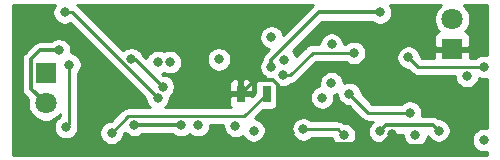
<source format=gbr>
%TF.GenerationSoftware,KiCad,Pcbnew,(5.1.12-1-g0a0a2da680)-1*%
%TF.CreationDate,2021-11-30T19:19:06+01:00*%
%TF.ProjectId,SolarCharger,536f6c61-7243-4686-9172-6765722e6b69,rev?*%
%TF.SameCoordinates,Original*%
%TF.FileFunction,Copper,L4,Bot*%
%TF.FilePolarity,Positive*%
%FSLAX46Y46*%
G04 Gerber Fmt 4.6, Leading zero omitted, Abs format (unit mm)*
G04 Created by KiCad (PCBNEW (5.1.12-1-g0a0a2da680)-1) date 2021-11-30 19:19:06*
%MOMM*%
%LPD*%
G01*
G04 APERTURE LIST*
%TA.AperFunction,SMDPad,CuDef*%
%ADD10R,0.750000X1.450000*%
%TD*%
%TA.AperFunction,ComponentPad*%
%ADD11C,1.800000*%
%TD*%
%TA.AperFunction,ComponentPad*%
%ADD12R,1.800000X1.800000*%
%TD*%
%TA.AperFunction,ViaPad*%
%ADD13C,0.800000*%
%TD*%
%TA.AperFunction,Conductor*%
%ADD14C,0.300000*%
%TD*%
%TA.AperFunction,Conductor*%
%ADD15C,0.250000*%
%TD*%
%TA.AperFunction,Conductor*%
%ADD16C,0.254000*%
%TD*%
%TA.AperFunction,Conductor*%
%ADD17C,0.100000*%
%TD*%
G04 APERTURE END LIST*
D10*
%TO.P,RT1,2*%
%TO.N,Net-(IC1-Pad5)*%
X101200000Y-49200000D03*
%TO.P,RT1,1*%
%TO.N,gnd*%
X99000000Y-49200000D03*
%TD*%
D11*
%TO.P,J2,2*%
%TO.N,5V*%
X116900000Y-42860000D03*
D12*
%TO.P,J2,1*%
%TO.N,gnd*%
X116900000Y-45400000D03*
%TD*%
D11*
%TO.P,J1,2*%
%TO.N,Vin+*%
X82500000Y-50000000D03*
D12*
%TO.P,J1,1*%
%TO.N,gnd*%
X82500000Y-47460000D03*
%TD*%
D13*
%TO.N,Vin+*%
X83600000Y-45500000D03*
%TO.N,gnd*%
X95200000Y-46900000D03*
X103200000Y-52500000D03*
X111800000Y-52600000D03*
X117200000Y-52500000D03*
%TO.N,BAT-*%
X93930331Y-51830331D03*
X90000000Y-51825000D03*
X93000000Y-46500000D03*
%TO.N,BAT+*%
X92000000Y-46500000D03*
X98550001Y-51895735D03*
X106675000Y-48289369D03*
X101600000Y-44400000D03*
%TO.N,Net-(C7-Pad2)*%
X104300000Y-52200000D03*
X107737764Y-52679577D03*
%TO.N,5V*%
X119600000Y-53100000D03*
%TO.N,5V_BF*%
X115750000Y-52300000D03*
X110800000Y-52374998D03*
X110800000Y-42300000D03*
X101600000Y-46900000D03*
%TO.N,Net-(D1-Pad2)*%
X105900000Y-49500000D03*
X102700000Y-46300000D03*
%TO.N,Net-(IC1-Pad8)*%
X92400000Y-48600000D03*
X89736401Y-46263599D03*
%TO.N,Net-(IC1-Pad6)*%
X91964998Y-49517501D03*
X84100000Y-42300000D03*
%TO.N,Net-(IC1-Pad5)*%
X88069998Y-52500000D03*
%TO.N,Net-(IC1-Pad2)*%
X84500000Y-46710000D03*
X84200000Y-52000000D03*
%TO.N,Net-(IC2-Pad5)*%
X95400000Y-51830332D03*
X97147624Y-46263478D03*
%TO.N,Net-(IC3-Pad2)*%
X106700000Y-45000000D03*
X100100000Y-52300000D03*
%TO.N,Net-(IC3-Pad1)*%
X108574998Y-45725000D03*
X102544998Y-47600000D03*
%TO.N,Net-(IC4-Pad8)*%
X113200000Y-46100000D03*
X119600000Y-46900000D03*
%TO.N,Net-(IC4-Pad7)*%
X113786658Y-52706671D03*
X118149498Y-47668922D03*
%TO.N,Net-(IC4-Pad3)*%
X108200000Y-49200000D03*
X113327531Y-50779998D03*
%TD*%
D14*
%TO.N,Vin+*%
X81249999Y-48749999D02*
X82500000Y-50000000D01*
X81249999Y-46279999D02*
X81249999Y-48749999D01*
X82029998Y-45500000D02*
X81249999Y-46279999D01*
X83600000Y-45500000D02*
X82029998Y-45500000D01*
%TO.N,gnd*%
X97500000Y-49200000D02*
X95200000Y-46900000D01*
X99000000Y-49200000D02*
X97500000Y-49200000D01*
X103200000Y-52500000D02*
X102200000Y-51500000D01*
X102200000Y-48469998D02*
X101730002Y-48000000D01*
X102200000Y-51500000D02*
X102200000Y-48469998D01*
X100200000Y-48000000D02*
X99000000Y-49200000D01*
X101730002Y-48000000D02*
X100200000Y-48000000D01*
X104129578Y-53429578D02*
X103200000Y-52500000D01*
X110970422Y-53429578D02*
X104129578Y-53429578D01*
X111800000Y-52600000D02*
X110970422Y-53429578D01*
X117100000Y-52600000D02*
X117200000Y-52500000D01*
X117200000Y-53400000D02*
X117200000Y-52500000D01*
X117000000Y-53600000D02*
X117200000Y-53400000D01*
X112800000Y-53600000D02*
X117000000Y-53600000D01*
X111800000Y-52600000D02*
X112800000Y-53600000D01*
%TO.N,BAT-*%
X90005331Y-51830331D02*
X90000000Y-51825000D01*
X93930331Y-51830331D02*
X90005331Y-51830331D01*
D15*
%TO.N,Net-(C7-Pad2)*%
X104300000Y-52200000D02*
X107200000Y-52200000D01*
X107679577Y-52679577D02*
X107737764Y-52679577D01*
X107200000Y-52200000D02*
X107679577Y-52679577D01*
D14*
%TO.N,5V_BF*%
X111324999Y-51849999D02*
X110800000Y-52374998D01*
X115299999Y-51849999D02*
X111324999Y-51849999D01*
X115750000Y-52300000D02*
X115299999Y-51849999D01*
X105589998Y-42300000D02*
X110800000Y-42300000D01*
X101600000Y-46289998D02*
X105589998Y-42300000D01*
X101600000Y-46900000D02*
X101600000Y-46289998D01*
D15*
%TO.N,Net-(IC1-Pad8)*%
X90063599Y-46263599D02*
X89736401Y-46263599D01*
X92400000Y-48600000D02*
X90063599Y-46263599D01*
%TO.N,Net-(IC1-Pad6)*%
X84747497Y-42300000D02*
X84100000Y-42300000D01*
X91964998Y-49517501D02*
X84747497Y-42300000D01*
%TO.N,Net-(IC1-Pad5)*%
X88069998Y-52500000D02*
X89469998Y-51100000D01*
X99300000Y-51100000D02*
X101200000Y-49200000D01*
X89469998Y-51100000D02*
X99300000Y-51100000D01*
%TO.N,Net-(IC1-Pad2)*%
X84500000Y-51700000D02*
X84200000Y-52000000D01*
X84500000Y-46710000D02*
X84500000Y-51700000D01*
%TO.N,Net-(IC3-Pad1)*%
X108574998Y-45725000D02*
X106325000Y-45725000D01*
X106325000Y-45725000D02*
X106300000Y-45700000D01*
X106300000Y-45700000D02*
X105100000Y-45700000D01*
X103200000Y-47600000D02*
X102544998Y-47600000D01*
X105100000Y-45700000D02*
X103200000Y-47600000D01*
%TO.N,Net-(IC4-Pad8)*%
X113200000Y-46100000D02*
X114000000Y-46900000D01*
X114000000Y-46900000D02*
X119600000Y-46900000D01*
%TO.N,Net-(IC4-Pad3)*%
X109779998Y-50779998D02*
X113327531Y-50779998D01*
X108200000Y-49200000D02*
X109779998Y-50779998D01*
%TD*%
D16*
%TO.N,gnd*%
X83182795Y-41809744D02*
X83104774Y-41998102D01*
X83065000Y-42198061D01*
X83065000Y-42401939D01*
X83104774Y-42601898D01*
X83182795Y-42790256D01*
X83296063Y-42959774D01*
X83440226Y-43103937D01*
X83609744Y-43217205D01*
X83798102Y-43295226D01*
X83998061Y-43335000D01*
X84201939Y-43335000D01*
X84401898Y-43295226D01*
X84590005Y-43217309D01*
X90929998Y-49557303D01*
X90929998Y-49619440D01*
X90969772Y-49819399D01*
X91047793Y-50007757D01*
X91161061Y-50177275D01*
X91305224Y-50321438D01*
X91333004Y-50340000D01*
X89507320Y-50340000D01*
X89469998Y-50336324D01*
X89432675Y-50340000D01*
X89432665Y-50340000D01*
X89321012Y-50350997D01*
X89177751Y-50394454D01*
X89045721Y-50465026D01*
X89018031Y-50487751D01*
X88929997Y-50559999D01*
X88906199Y-50588997D01*
X88030197Y-51465000D01*
X87968059Y-51465000D01*
X87768100Y-51504774D01*
X87579742Y-51582795D01*
X87410224Y-51696063D01*
X87266061Y-51840226D01*
X87152793Y-52009744D01*
X87074772Y-52198102D01*
X87034998Y-52398061D01*
X87034998Y-52601939D01*
X87074772Y-52801898D01*
X87152793Y-52990256D01*
X87266061Y-53159774D01*
X87410224Y-53303937D01*
X87579742Y-53417205D01*
X87768100Y-53495226D01*
X87968059Y-53535000D01*
X88171937Y-53535000D01*
X88371896Y-53495226D01*
X88560254Y-53417205D01*
X88729772Y-53303937D01*
X88873935Y-53159774D01*
X88987203Y-52990256D01*
X89065224Y-52801898D01*
X89104998Y-52601939D01*
X89104998Y-52539801D01*
X89181628Y-52463171D01*
X89196063Y-52484774D01*
X89340226Y-52628937D01*
X89509744Y-52742205D01*
X89698102Y-52820226D01*
X89898061Y-52860000D01*
X90101939Y-52860000D01*
X90301898Y-52820226D01*
X90490256Y-52742205D01*
X90659774Y-52628937D01*
X90673380Y-52615331D01*
X93251620Y-52615331D01*
X93270557Y-52634268D01*
X93440075Y-52747536D01*
X93628433Y-52825557D01*
X93828392Y-52865331D01*
X94032270Y-52865331D01*
X94232229Y-52825557D01*
X94420587Y-52747536D01*
X94590105Y-52634268D01*
X94665165Y-52559208D01*
X94740226Y-52634269D01*
X94909744Y-52747537D01*
X95098102Y-52825558D01*
X95298061Y-52865332D01*
X95501939Y-52865332D01*
X95701898Y-52825558D01*
X95890256Y-52747537D01*
X96059774Y-52634269D01*
X96203937Y-52490106D01*
X96317205Y-52320588D01*
X96395226Y-52132230D01*
X96435000Y-51932271D01*
X96435000Y-51860000D01*
X97515001Y-51860000D01*
X97515001Y-51997674D01*
X97554775Y-52197633D01*
X97632796Y-52385991D01*
X97746064Y-52555509D01*
X97890227Y-52699672D01*
X98059745Y-52812940D01*
X98248103Y-52890961D01*
X98448062Y-52930735D01*
X98651940Y-52930735D01*
X98851899Y-52890961D01*
X99040257Y-52812940D01*
X99159256Y-52733428D01*
X99182795Y-52790256D01*
X99296063Y-52959774D01*
X99440226Y-53103937D01*
X99609744Y-53217205D01*
X99798102Y-53295226D01*
X99998061Y-53335000D01*
X100201939Y-53335000D01*
X100401898Y-53295226D01*
X100590256Y-53217205D01*
X100759774Y-53103937D01*
X100903937Y-52959774D01*
X101017205Y-52790256D01*
X101095226Y-52601898D01*
X101135000Y-52401939D01*
X101135000Y-52198061D01*
X101115109Y-52098061D01*
X103265000Y-52098061D01*
X103265000Y-52301939D01*
X103304774Y-52501898D01*
X103382795Y-52690256D01*
X103496063Y-52859774D01*
X103640226Y-53003937D01*
X103809744Y-53117205D01*
X103998102Y-53195226D01*
X104198061Y-53235000D01*
X104401939Y-53235000D01*
X104601898Y-53195226D01*
X104790256Y-53117205D01*
X104959774Y-53003937D01*
X105003711Y-52960000D01*
X106738266Y-52960000D01*
X106742538Y-52981475D01*
X106820559Y-53169833D01*
X106933827Y-53339351D01*
X107077990Y-53483514D01*
X107247508Y-53596782D01*
X107435866Y-53674803D01*
X107635825Y-53714577D01*
X107839703Y-53714577D01*
X108039662Y-53674803D01*
X108228020Y-53596782D01*
X108397538Y-53483514D01*
X108541701Y-53339351D01*
X108654969Y-53169833D01*
X108732990Y-52981475D01*
X108772764Y-52781516D01*
X108772764Y-52577638D01*
X108732990Y-52377679D01*
X108654969Y-52189321D01*
X108541701Y-52019803D01*
X108397538Y-51875640D01*
X108228020Y-51762372D01*
X108039662Y-51684351D01*
X107839703Y-51644577D01*
X107721209Y-51644577D01*
X107624276Y-51565026D01*
X107492247Y-51494454D01*
X107348986Y-51450997D01*
X107237333Y-51440000D01*
X107237322Y-51440000D01*
X107200000Y-51436324D01*
X107162678Y-51440000D01*
X105003711Y-51440000D01*
X104959774Y-51396063D01*
X104790256Y-51282795D01*
X104601898Y-51204774D01*
X104401939Y-51165000D01*
X104198061Y-51165000D01*
X103998102Y-51204774D01*
X103809744Y-51282795D01*
X103640226Y-51396063D01*
X103496063Y-51540226D01*
X103382795Y-51709744D01*
X103304774Y-51898102D01*
X103265000Y-52098061D01*
X101115109Y-52098061D01*
X101095226Y-51998102D01*
X101017205Y-51809744D01*
X100903937Y-51640226D01*
X100759774Y-51496063D01*
X100590256Y-51382795D01*
X100401898Y-51304774D01*
X100208497Y-51266304D01*
X100911730Y-50563072D01*
X101575000Y-50563072D01*
X101699482Y-50550812D01*
X101819180Y-50514502D01*
X101929494Y-50455537D01*
X102026185Y-50376185D01*
X102105537Y-50279494D01*
X102164502Y-50169180D01*
X102200812Y-50049482D01*
X102213072Y-49925000D01*
X102213072Y-49398061D01*
X104865000Y-49398061D01*
X104865000Y-49601939D01*
X104904774Y-49801898D01*
X104982795Y-49990256D01*
X105096063Y-50159774D01*
X105240226Y-50303937D01*
X105409744Y-50417205D01*
X105598102Y-50495226D01*
X105798061Y-50535000D01*
X106001939Y-50535000D01*
X106201898Y-50495226D01*
X106390256Y-50417205D01*
X106559774Y-50303937D01*
X106703937Y-50159774D01*
X106817205Y-49990256D01*
X106895226Y-49801898D01*
X106935000Y-49601939D01*
X106935000Y-49398061D01*
X106914884Y-49296930D01*
X106976898Y-49284595D01*
X107165000Y-49206680D01*
X107165000Y-49301939D01*
X107204774Y-49501898D01*
X107282795Y-49690256D01*
X107396063Y-49859774D01*
X107540226Y-50003937D01*
X107709744Y-50117205D01*
X107898102Y-50195226D01*
X108098061Y-50235000D01*
X108160199Y-50235000D01*
X109216199Y-51291001D01*
X109239997Y-51319999D01*
X109332681Y-51396063D01*
X109355722Y-51414972D01*
X109487751Y-51485544D01*
X109631012Y-51529001D01*
X109779998Y-51543675D01*
X109817331Y-51539998D01*
X110186715Y-51539998D01*
X110140226Y-51571061D01*
X109996063Y-51715224D01*
X109882795Y-51884742D01*
X109804774Y-52073100D01*
X109765000Y-52273059D01*
X109765000Y-52476937D01*
X109804774Y-52676896D01*
X109882795Y-52865254D01*
X109996063Y-53034772D01*
X110140226Y-53178935D01*
X110309744Y-53292203D01*
X110498102Y-53370224D01*
X110698061Y-53409998D01*
X110901939Y-53409998D01*
X111101898Y-53370224D01*
X111290256Y-53292203D01*
X111459774Y-53178935D01*
X111603937Y-53034772D01*
X111717205Y-52865254D01*
X111795226Y-52676896D01*
X111803560Y-52634999D01*
X112751658Y-52634999D01*
X112751658Y-52808610D01*
X112791432Y-53008569D01*
X112869453Y-53196927D01*
X112982721Y-53366445D01*
X113126884Y-53510608D01*
X113296402Y-53623876D01*
X113484760Y-53701897D01*
X113684719Y-53741671D01*
X113888597Y-53741671D01*
X114088556Y-53701897D01*
X114276914Y-53623876D01*
X114446432Y-53510608D01*
X114590595Y-53366445D01*
X114703863Y-53196927D01*
X114781884Y-53008569D01*
X114821658Y-52808610D01*
X114821658Y-52763369D01*
X114832795Y-52790256D01*
X114946063Y-52959774D01*
X115090226Y-53103937D01*
X115259744Y-53217205D01*
X115448102Y-53295226D01*
X115648061Y-53335000D01*
X115851939Y-53335000D01*
X116051898Y-53295226D01*
X116240256Y-53217205D01*
X116409774Y-53103937D01*
X116553937Y-52959774D01*
X116667205Y-52790256D01*
X116745226Y-52601898D01*
X116785000Y-52401939D01*
X116785000Y-52198061D01*
X116745226Y-51998102D01*
X116667205Y-51809744D01*
X116553937Y-51640226D01*
X116409774Y-51496063D01*
X116240256Y-51382795D01*
X116051898Y-51304774D01*
X115851939Y-51265000D01*
X115824578Y-51265000D01*
X115738232Y-51194137D01*
X115601859Y-51121245D01*
X115453886Y-51076358D01*
X115338560Y-51064999D01*
X115338552Y-51064999D01*
X115299999Y-51061202D01*
X115261446Y-51064999D01*
X114326118Y-51064999D01*
X114362531Y-50881937D01*
X114362531Y-50678059D01*
X114322757Y-50478100D01*
X114244736Y-50289742D01*
X114131468Y-50120224D01*
X113987305Y-49976061D01*
X113817787Y-49862793D01*
X113629429Y-49784772D01*
X113429470Y-49744998D01*
X113225592Y-49744998D01*
X113025633Y-49784772D01*
X112837275Y-49862793D01*
X112667757Y-49976061D01*
X112623820Y-50019998D01*
X110094800Y-50019998D01*
X109235000Y-49160199D01*
X109235000Y-49098061D01*
X109195226Y-48898102D01*
X109117205Y-48709744D01*
X109003937Y-48540226D01*
X108859774Y-48396063D01*
X108690256Y-48282795D01*
X108501898Y-48204774D01*
X108301939Y-48165000D01*
X108098061Y-48165000D01*
X107898102Y-48204774D01*
X107710000Y-48282689D01*
X107710000Y-48187430D01*
X107670226Y-47987471D01*
X107592205Y-47799113D01*
X107478937Y-47629595D01*
X107334774Y-47485432D01*
X107165256Y-47372164D01*
X106976898Y-47294143D01*
X106776939Y-47254369D01*
X106573061Y-47254369D01*
X106373102Y-47294143D01*
X106184744Y-47372164D01*
X106015226Y-47485432D01*
X105871063Y-47629595D01*
X105757795Y-47799113D01*
X105679774Y-47987471D01*
X105640000Y-48187430D01*
X105640000Y-48391308D01*
X105660116Y-48492439D01*
X105598102Y-48504774D01*
X105409744Y-48582795D01*
X105240226Y-48696063D01*
X105096063Y-48840226D01*
X104982795Y-49009744D01*
X104904774Y-49198102D01*
X104865000Y-49398061D01*
X102213072Y-49398061D01*
X102213072Y-48582788D01*
X102243100Y-48595226D01*
X102443059Y-48635000D01*
X102646937Y-48635000D01*
X102846896Y-48595226D01*
X103035254Y-48517205D01*
X103204772Y-48403937D01*
X103249952Y-48358757D01*
X103348986Y-48349003D01*
X103492247Y-48305546D01*
X103624276Y-48234974D01*
X103740001Y-48140001D01*
X103763804Y-48110997D01*
X105414802Y-46460000D01*
X106129851Y-46460000D01*
X106176014Y-46474003D01*
X106287667Y-46485000D01*
X106287677Y-46485000D01*
X106324999Y-46488676D01*
X106362322Y-46485000D01*
X107871287Y-46485000D01*
X107915224Y-46528937D01*
X108084742Y-46642205D01*
X108273100Y-46720226D01*
X108473059Y-46760000D01*
X108676937Y-46760000D01*
X108876896Y-46720226D01*
X109065254Y-46642205D01*
X109234772Y-46528937D01*
X109378935Y-46384774D01*
X109492203Y-46215256D01*
X109570224Y-46026898D01*
X109609998Y-45826939D01*
X109609998Y-45623061D01*
X109570224Y-45423102D01*
X109492203Y-45234744D01*
X109378935Y-45065226D01*
X109234772Y-44921063D01*
X109065254Y-44807795D01*
X108876896Y-44729774D01*
X108676937Y-44690000D01*
X108473059Y-44690000D01*
X108273100Y-44729774D01*
X108084742Y-44807795D01*
X107915224Y-44921063D01*
X107871287Y-44965000D01*
X107735000Y-44965000D01*
X107735000Y-44898061D01*
X107695226Y-44698102D01*
X107617205Y-44509744D01*
X107503937Y-44340226D01*
X107359774Y-44196063D01*
X107190256Y-44082795D01*
X107001898Y-44004774D01*
X106801939Y-43965000D01*
X106598061Y-43965000D01*
X106398102Y-44004774D01*
X106209744Y-44082795D01*
X106040226Y-44196063D01*
X105896063Y-44340226D01*
X105782795Y-44509744D01*
X105704774Y-44698102D01*
X105665000Y-44898061D01*
X105665000Y-44940000D01*
X105137325Y-44940000D01*
X105100000Y-44936324D01*
X105062675Y-44940000D01*
X105062667Y-44940000D01*
X104951014Y-44950997D01*
X104807753Y-44994454D01*
X104675724Y-45065026D01*
X104559999Y-45159999D01*
X104536201Y-45188997D01*
X103700514Y-46024685D01*
X103695226Y-45998102D01*
X103617205Y-45809744D01*
X103503937Y-45640226D01*
X103431933Y-45568222D01*
X105915156Y-43085000D01*
X110121289Y-43085000D01*
X110140226Y-43103937D01*
X110309744Y-43217205D01*
X110498102Y-43295226D01*
X110698061Y-43335000D01*
X110901939Y-43335000D01*
X111101898Y-43295226D01*
X111290256Y-43217205D01*
X111459774Y-43103937D01*
X111603937Y-42959774D01*
X111717205Y-42790256D01*
X111795226Y-42601898D01*
X111835000Y-42401939D01*
X111835000Y-42198061D01*
X111795226Y-41998102D01*
X111717205Y-41809744D01*
X111617150Y-41660000D01*
X115933001Y-41660000D01*
X115921495Y-41667688D01*
X115707688Y-41881495D01*
X115539701Y-42132905D01*
X115423989Y-42412257D01*
X115365000Y-42708816D01*
X115365000Y-43011184D01*
X115423989Y-43307743D01*
X115539701Y-43587095D01*
X115707688Y-43838505D01*
X115774127Y-43904944D01*
X115755820Y-43910498D01*
X115645506Y-43969463D01*
X115548815Y-44048815D01*
X115469463Y-44145506D01*
X115410498Y-44255820D01*
X115374188Y-44375518D01*
X115361928Y-44500000D01*
X115365000Y-45114250D01*
X115523750Y-45273000D01*
X116773000Y-45273000D01*
X116773000Y-45253000D01*
X117027000Y-45253000D01*
X117027000Y-45273000D01*
X118276250Y-45273000D01*
X118435000Y-45114250D01*
X118438072Y-44500000D01*
X118425812Y-44375518D01*
X118389502Y-44255820D01*
X118330537Y-44145506D01*
X118251185Y-44048815D01*
X118154494Y-43969463D01*
X118044180Y-43910498D01*
X118025873Y-43904944D01*
X118092312Y-43838505D01*
X118260299Y-43587095D01*
X118376011Y-43307743D01*
X118435000Y-43011184D01*
X118435000Y-42708816D01*
X118376011Y-42412257D01*
X118260299Y-42132905D01*
X118092312Y-41881495D01*
X117878505Y-41667688D01*
X117866999Y-41660000D01*
X119840000Y-41660000D01*
X119840000Y-45892462D01*
X119701939Y-45865000D01*
X119498061Y-45865000D01*
X119298102Y-45904774D01*
X119109744Y-45982795D01*
X118940226Y-46096063D01*
X118896289Y-46140000D01*
X118437272Y-46140000D01*
X118435000Y-45685750D01*
X118276250Y-45527000D01*
X117027000Y-45527000D01*
X117027000Y-45547000D01*
X116773000Y-45547000D01*
X116773000Y-45527000D01*
X115523750Y-45527000D01*
X115365000Y-45685750D01*
X115362728Y-46140000D01*
X114314802Y-46140000D01*
X114235000Y-46060198D01*
X114235000Y-45998061D01*
X114195226Y-45798102D01*
X114117205Y-45609744D01*
X114003937Y-45440226D01*
X113859774Y-45296063D01*
X113690256Y-45182795D01*
X113501898Y-45104774D01*
X113301939Y-45065000D01*
X113098061Y-45065000D01*
X112898102Y-45104774D01*
X112709744Y-45182795D01*
X112540226Y-45296063D01*
X112396063Y-45440226D01*
X112282795Y-45609744D01*
X112204774Y-45798102D01*
X112165000Y-45998061D01*
X112165000Y-46201939D01*
X112204774Y-46401898D01*
X112282795Y-46590256D01*
X112396063Y-46759774D01*
X112540226Y-46903937D01*
X112709744Y-47017205D01*
X112898102Y-47095226D01*
X113098061Y-47135000D01*
X113160198Y-47135000D01*
X113436201Y-47411002D01*
X113459999Y-47440001D01*
X113575724Y-47534974D01*
X113707753Y-47605546D01*
X113851014Y-47649003D01*
X113962667Y-47660000D01*
X113962677Y-47660000D01*
X114000000Y-47663676D01*
X114037323Y-47660000D01*
X117114498Y-47660000D01*
X117114498Y-47770861D01*
X117154272Y-47970820D01*
X117232293Y-48159178D01*
X117345561Y-48328696D01*
X117489724Y-48472859D01*
X117659242Y-48586127D01*
X117847600Y-48664148D01*
X118047559Y-48703922D01*
X118251437Y-48703922D01*
X118451396Y-48664148D01*
X118639754Y-48586127D01*
X118809272Y-48472859D01*
X118953435Y-48328696D01*
X119066703Y-48159178D01*
X119144724Y-47970820D01*
X119170291Y-47842285D01*
X119298102Y-47895226D01*
X119498061Y-47935000D01*
X119701939Y-47935000D01*
X119840000Y-47907538D01*
X119840001Y-52092462D01*
X119701939Y-52065000D01*
X119498061Y-52065000D01*
X119298102Y-52104774D01*
X119109744Y-52182795D01*
X118940226Y-52296063D01*
X118796063Y-52440226D01*
X118682795Y-52609744D01*
X118604774Y-52798102D01*
X118565000Y-52998061D01*
X118565000Y-53201939D01*
X118604774Y-53401898D01*
X118682795Y-53590256D01*
X118796063Y-53759774D01*
X118940226Y-53903937D01*
X119109744Y-54017205D01*
X119298102Y-54095226D01*
X119498061Y-54135000D01*
X119701939Y-54135000D01*
X119840001Y-54107538D01*
X119840001Y-54340000D01*
X79760000Y-54340000D01*
X79760000Y-46279999D01*
X80461202Y-46279999D01*
X80464999Y-46318552D01*
X80465000Y-48711436D01*
X80461202Y-48749999D01*
X80476358Y-48903885D01*
X80521245Y-49051858D01*
X80545941Y-49098061D01*
X80594138Y-49188232D01*
X80616601Y-49215603D01*
X80667654Y-49277811D01*
X80667658Y-49277815D01*
X80692236Y-49307763D01*
X80722184Y-49332341D01*
X81010403Y-49620560D01*
X80965000Y-49848816D01*
X80965000Y-50151184D01*
X81023989Y-50447743D01*
X81139701Y-50727095D01*
X81307688Y-50978505D01*
X81521495Y-51192312D01*
X81772905Y-51360299D01*
X82052257Y-51476011D01*
X82348816Y-51535000D01*
X82651184Y-51535000D01*
X82947743Y-51476011D01*
X83227095Y-51360299D01*
X83478505Y-51192312D01*
X83692312Y-50978505D01*
X83740001Y-50907134D01*
X83740001Y-51070262D01*
X83709744Y-51082795D01*
X83540226Y-51196063D01*
X83396063Y-51340226D01*
X83282795Y-51509744D01*
X83204774Y-51698102D01*
X83165000Y-51898061D01*
X83165000Y-52101939D01*
X83204774Y-52301898D01*
X83282795Y-52490256D01*
X83396063Y-52659774D01*
X83540226Y-52803937D01*
X83709744Y-52917205D01*
X83898102Y-52995226D01*
X84098061Y-53035000D01*
X84301939Y-53035000D01*
X84501898Y-52995226D01*
X84690256Y-52917205D01*
X84859774Y-52803937D01*
X85003937Y-52659774D01*
X85117205Y-52490256D01*
X85195226Y-52301898D01*
X85235000Y-52101939D01*
X85235000Y-51898061D01*
X85234650Y-51896302D01*
X85249003Y-51848986D01*
X85260000Y-51737333D01*
X85260000Y-51737324D01*
X85263676Y-51700001D01*
X85260000Y-51662678D01*
X85260000Y-47413711D01*
X85303937Y-47369774D01*
X85417205Y-47200256D01*
X85495226Y-47011898D01*
X85535000Y-46811939D01*
X85535000Y-46608061D01*
X85495226Y-46408102D01*
X85417205Y-46219744D01*
X85303937Y-46050226D01*
X85159774Y-45906063D01*
X84990256Y-45792795D01*
X84801898Y-45714774D01*
X84619762Y-45678545D01*
X84635000Y-45601939D01*
X84635000Y-45398061D01*
X84595226Y-45198102D01*
X84517205Y-45009744D01*
X84403937Y-44840226D01*
X84259774Y-44696063D01*
X84090256Y-44582795D01*
X83901898Y-44504774D01*
X83701939Y-44465000D01*
X83498061Y-44465000D01*
X83298102Y-44504774D01*
X83109744Y-44582795D01*
X82940226Y-44696063D01*
X82921289Y-44715000D01*
X82068550Y-44715000D01*
X82029997Y-44711203D01*
X81991444Y-44715000D01*
X81991437Y-44715000D01*
X81890488Y-44724943D01*
X81876110Y-44726359D01*
X81728138Y-44771246D01*
X81591765Y-44844138D01*
X81535571Y-44890256D01*
X81502185Y-44917655D01*
X81502182Y-44917658D01*
X81472234Y-44942236D01*
X81447655Y-44972185D01*
X80722188Y-45697652D01*
X80692235Y-45722235D01*
X80594137Y-45841767D01*
X80521245Y-45978140D01*
X80476358Y-46126113D01*
X80464999Y-46241439D01*
X80464999Y-46241446D01*
X80461202Y-46279999D01*
X79760000Y-46279999D01*
X79760000Y-41660000D01*
X83282850Y-41660000D01*
X83182795Y-41809744D01*
%TA.AperFunction,Conductor*%
D17*
G36*
X83182795Y-41809744D02*
G01*
X83104774Y-41998102D01*
X83065000Y-42198061D01*
X83065000Y-42401939D01*
X83104774Y-42601898D01*
X83182795Y-42790256D01*
X83296063Y-42959774D01*
X83440226Y-43103937D01*
X83609744Y-43217205D01*
X83798102Y-43295226D01*
X83998061Y-43335000D01*
X84201939Y-43335000D01*
X84401898Y-43295226D01*
X84590005Y-43217309D01*
X90929998Y-49557303D01*
X90929998Y-49619440D01*
X90969772Y-49819399D01*
X91047793Y-50007757D01*
X91161061Y-50177275D01*
X91305224Y-50321438D01*
X91333004Y-50340000D01*
X89507320Y-50340000D01*
X89469998Y-50336324D01*
X89432675Y-50340000D01*
X89432665Y-50340000D01*
X89321012Y-50350997D01*
X89177751Y-50394454D01*
X89045721Y-50465026D01*
X89018031Y-50487751D01*
X88929997Y-50559999D01*
X88906199Y-50588997D01*
X88030197Y-51465000D01*
X87968059Y-51465000D01*
X87768100Y-51504774D01*
X87579742Y-51582795D01*
X87410224Y-51696063D01*
X87266061Y-51840226D01*
X87152793Y-52009744D01*
X87074772Y-52198102D01*
X87034998Y-52398061D01*
X87034998Y-52601939D01*
X87074772Y-52801898D01*
X87152793Y-52990256D01*
X87266061Y-53159774D01*
X87410224Y-53303937D01*
X87579742Y-53417205D01*
X87768100Y-53495226D01*
X87968059Y-53535000D01*
X88171937Y-53535000D01*
X88371896Y-53495226D01*
X88560254Y-53417205D01*
X88729772Y-53303937D01*
X88873935Y-53159774D01*
X88987203Y-52990256D01*
X89065224Y-52801898D01*
X89104998Y-52601939D01*
X89104998Y-52539801D01*
X89181628Y-52463171D01*
X89196063Y-52484774D01*
X89340226Y-52628937D01*
X89509744Y-52742205D01*
X89698102Y-52820226D01*
X89898061Y-52860000D01*
X90101939Y-52860000D01*
X90301898Y-52820226D01*
X90490256Y-52742205D01*
X90659774Y-52628937D01*
X90673380Y-52615331D01*
X93251620Y-52615331D01*
X93270557Y-52634268D01*
X93440075Y-52747536D01*
X93628433Y-52825557D01*
X93828392Y-52865331D01*
X94032270Y-52865331D01*
X94232229Y-52825557D01*
X94420587Y-52747536D01*
X94590105Y-52634268D01*
X94665165Y-52559208D01*
X94740226Y-52634269D01*
X94909744Y-52747537D01*
X95098102Y-52825558D01*
X95298061Y-52865332D01*
X95501939Y-52865332D01*
X95701898Y-52825558D01*
X95890256Y-52747537D01*
X96059774Y-52634269D01*
X96203937Y-52490106D01*
X96317205Y-52320588D01*
X96395226Y-52132230D01*
X96435000Y-51932271D01*
X96435000Y-51860000D01*
X97515001Y-51860000D01*
X97515001Y-51997674D01*
X97554775Y-52197633D01*
X97632796Y-52385991D01*
X97746064Y-52555509D01*
X97890227Y-52699672D01*
X98059745Y-52812940D01*
X98248103Y-52890961D01*
X98448062Y-52930735D01*
X98651940Y-52930735D01*
X98851899Y-52890961D01*
X99040257Y-52812940D01*
X99159256Y-52733428D01*
X99182795Y-52790256D01*
X99296063Y-52959774D01*
X99440226Y-53103937D01*
X99609744Y-53217205D01*
X99798102Y-53295226D01*
X99998061Y-53335000D01*
X100201939Y-53335000D01*
X100401898Y-53295226D01*
X100590256Y-53217205D01*
X100759774Y-53103937D01*
X100903937Y-52959774D01*
X101017205Y-52790256D01*
X101095226Y-52601898D01*
X101135000Y-52401939D01*
X101135000Y-52198061D01*
X101115109Y-52098061D01*
X103265000Y-52098061D01*
X103265000Y-52301939D01*
X103304774Y-52501898D01*
X103382795Y-52690256D01*
X103496063Y-52859774D01*
X103640226Y-53003937D01*
X103809744Y-53117205D01*
X103998102Y-53195226D01*
X104198061Y-53235000D01*
X104401939Y-53235000D01*
X104601898Y-53195226D01*
X104790256Y-53117205D01*
X104959774Y-53003937D01*
X105003711Y-52960000D01*
X106738266Y-52960000D01*
X106742538Y-52981475D01*
X106820559Y-53169833D01*
X106933827Y-53339351D01*
X107077990Y-53483514D01*
X107247508Y-53596782D01*
X107435866Y-53674803D01*
X107635825Y-53714577D01*
X107839703Y-53714577D01*
X108039662Y-53674803D01*
X108228020Y-53596782D01*
X108397538Y-53483514D01*
X108541701Y-53339351D01*
X108654969Y-53169833D01*
X108732990Y-52981475D01*
X108772764Y-52781516D01*
X108772764Y-52577638D01*
X108732990Y-52377679D01*
X108654969Y-52189321D01*
X108541701Y-52019803D01*
X108397538Y-51875640D01*
X108228020Y-51762372D01*
X108039662Y-51684351D01*
X107839703Y-51644577D01*
X107721209Y-51644577D01*
X107624276Y-51565026D01*
X107492247Y-51494454D01*
X107348986Y-51450997D01*
X107237333Y-51440000D01*
X107237322Y-51440000D01*
X107200000Y-51436324D01*
X107162678Y-51440000D01*
X105003711Y-51440000D01*
X104959774Y-51396063D01*
X104790256Y-51282795D01*
X104601898Y-51204774D01*
X104401939Y-51165000D01*
X104198061Y-51165000D01*
X103998102Y-51204774D01*
X103809744Y-51282795D01*
X103640226Y-51396063D01*
X103496063Y-51540226D01*
X103382795Y-51709744D01*
X103304774Y-51898102D01*
X103265000Y-52098061D01*
X101115109Y-52098061D01*
X101095226Y-51998102D01*
X101017205Y-51809744D01*
X100903937Y-51640226D01*
X100759774Y-51496063D01*
X100590256Y-51382795D01*
X100401898Y-51304774D01*
X100208497Y-51266304D01*
X100911730Y-50563072D01*
X101575000Y-50563072D01*
X101699482Y-50550812D01*
X101819180Y-50514502D01*
X101929494Y-50455537D01*
X102026185Y-50376185D01*
X102105537Y-50279494D01*
X102164502Y-50169180D01*
X102200812Y-50049482D01*
X102213072Y-49925000D01*
X102213072Y-49398061D01*
X104865000Y-49398061D01*
X104865000Y-49601939D01*
X104904774Y-49801898D01*
X104982795Y-49990256D01*
X105096063Y-50159774D01*
X105240226Y-50303937D01*
X105409744Y-50417205D01*
X105598102Y-50495226D01*
X105798061Y-50535000D01*
X106001939Y-50535000D01*
X106201898Y-50495226D01*
X106390256Y-50417205D01*
X106559774Y-50303937D01*
X106703937Y-50159774D01*
X106817205Y-49990256D01*
X106895226Y-49801898D01*
X106935000Y-49601939D01*
X106935000Y-49398061D01*
X106914884Y-49296930D01*
X106976898Y-49284595D01*
X107165000Y-49206680D01*
X107165000Y-49301939D01*
X107204774Y-49501898D01*
X107282795Y-49690256D01*
X107396063Y-49859774D01*
X107540226Y-50003937D01*
X107709744Y-50117205D01*
X107898102Y-50195226D01*
X108098061Y-50235000D01*
X108160199Y-50235000D01*
X109216199Y-51291001D01*
X109239997Y-51319999D01*
X109332681Y-51396063D01*
X109355722Y-51414972D01*
X109487751Y-51485544D01*
X109631012Y-51529001D01*
X109779998Y-51543675D01*
X109817331Y-51539998D01*
X110186715Y-51539998D01*
X110140226Y-51571061D01*
X109996063Y-51715224D01*
X109882795Y-51884742D01*
X109804774Y-52073100D01*
X109765000Y-52273059D01*
X109765000Y-52476937D01*
X109804774Y-52676896D01*
X109882795Y-52865254D01*
X109996063Y-53034772D01*
X110140226Y-53178935D01*
X110309744Y-53292203D01*
X110498102Y-53370224D01*
X110698061Y-53409998D01*
X110901939Y-53409998D01*
X111101898Y-53370224D01*
X111290256Y-53292203D01*
X111459774Y-53178935D01*
X111603937Y-53034772D01*
X111717205Y-52865254D01*
X111795226Y-52676896D01*
X111803560Y-52634999D01*
X112751658Y-52634999D01*
X112751658Y-52808610D01*
X112791432Y-53008569D01*
X112869453Y-53196927D01*
X112982721Y-53366445D01*
X113126884Y-53510608D01*
X113296402Y-53623876D01*
X113484760Y-53701897D01*
X113684719Y-53741671D01*
X113888597Y-53741671D01*
X114088556Y-53701897D01*
X114276914Y-53623876D01*
X114446432Y-53510608D01*
X114590595Y-53366445D01*
X114703863Y-53196927D01*
X114781884Y-53008569D01*
X114821658Y-52808610D01*
X114821658Y-52763369D01*
X114832795Y-52790256D01*
X114946063Y-52959774D01*
X115090226Y-53103937D01*
X115259744Y-53217205D01*
X115448102Y-53295226D01*
X115648061Y-53335000D01*
X115851939Y-53335000D01*
X116051898Y-53295226D01*
X116240256Y-53217205D01*
X116409774Y-53103937D01*
X116553937Y-52959774D01*
X116667205Y-52790256D01*
X116745226Y-52601898D01*
X116785000Y-52401939D01*
X116785000Y-52198061D01*
X116745226Y-51998102D01*
X116667205Y-51809744D01*
X116553937Y-51640226D01*
X116409774Y-51496063D01*
X116240256Y-51382795D01*
X116051898Y-51304774D01*
X115851939Y-51265000D01*
X115824578Y-51265000D01*
X115738232Y-51194137D01*
X115601859Y-51121245D01*
X115453886Y-51076358D01*
X115338560Y-51064999D01*
X115338552Y-51064999D01*
X115299999Y-51061202D01*
X115261446Y-51064999D01*
X114326118Y-51064999D01*
X114362531Y-50881937D01*
X114362531Y-50678059D01*
X114322757Y-50478100D01*
X114244736Y-50289742D01*
X114131468Y-50120224D01*
X113987305Y-49976061D01*
X113817787Y-49862793D01*
X113629429Y-49784772D01*
X113429470Y-49744998D01*
X113225592Y-49744998D01*
X113025633Y-49784772D01*
X112837275Y-49862793D01*
X112667757Y-49976061D01*
X112623820Y-50019998D01*
X110094800Y-50019998D01*
X109235000Y-49160199D01*
X109235000Y-49098061D01*
X109195226Y-48898102D01*
X109117205Y-48709744D01*
X109003937Y-48540226D01*
X108859774Y-48396063D01*
X108690256Y-48282795D01*
X108501898Y-48204774D01*
X108301939Y-48165000D01*
X108098061Y-48165000D01*
X107898102Y-48204774D01*
X107710000Y-48282689D01*
X107710000Y-48187430D01*
X107670226Y-47987471D01*
X107592205Y-47799113D01*
X107478937Y-47629595D01*
X107334774Y-47485432D01*
X107165256Y-47372164D01*
X106976898Y-47294143D01*
X106776939Y-47254369D01*
X106573061Y-47254369D01*
X106373102Y-47294143D01*
X106184744Y-47372164D01*
X106015226Y-47485432D01*
X105871063Y-47629595D01*
X105757795Y-47799113D01*
X105679774Y-47987471D01*
X105640000Y-48187430D01*
X105640000Y-48391308D01*
X105660116Y-48492439D01*
X105598102Y-48504774D01*
X105409744Y-48582795D01*
X105240226Y-48696063D01*
X105096063Y-48840226D01*
X104982795Y-49009744D01*
X104904774Y-49198102D01*
X104865000Y-49398061D01*
X102213072Y-49398061D01*
X102213072Y-48582788D01*
X102243100Y-48595226D01*
X102443059Y-48635000D01*
X102646937Y-48635000D01*
X102846896Y-48595226D01*
X103035254Y-48517205D01*
X103204772Y-48403937D01*
X103249952Y-48358757D01*
X103348986Y-48349003D01*
X103492247Y-48305546D01*
X103624276Y-48234974D01*
X103740001Y-48140001D01*
X103763804Y-48110997D01*
X105414802Y-46460000D01*
X106129851Y-46460000D01*
X106176014Y-46474003D01*
X106287667Y-46485000D01*
X106287677Y-46485000D01*
X106324999Y-46488676D01*
X106362322Y-46485000D01*
X107871287Y-46485000D01*
X107915224Y-46528937D01*
X108084742Y-46642205D01*
X108273100Y-46720226D01*
X108473059Y-46760000D01*
X108676937Y-46760000D01*
X108876896Y-46720226D01*
X109065254Y-46642205D01*
X109234772Y-46528937D01*
X109378935Y-46384774D01*
X109492203Y-46215256D01*
X109570224Y-46026898D01*
X109609998Y-45826939D01*
X109609998Y-45623061D01*
X109570224Y-45423102D01*
X109492203Y-45234744D01*
X109378935Y-45065226D01*
X109234772Y-44921063D01*
X109065254Y-44807795D01*
X108876896Y-44729774D01*
X108676937Y-44690000D01*
X108473059Y-44690000D01*
X108273100Y-44729774D01*
X108084742Y-44807795D01*
X107915224Y-44921063D01*
X107871287Y-44965000D01*
X107735000Y-44965000D01*
X107735000Y-44898061D01*
X107695226Y-44698102D01*
X107617205Y-44509744D01*
X107503937Y-44340226D01*
X107359774Y-44196063D01*
X107190256Y-44082795D01*
X107001898Y-44004774D01*
X106801939Y-43965000D01*
X106598061Y-43965000D01*
X106398102Y-44004774D01*
X106209744Y-44082795D01*
X106040226Y-44196063D01*
X105896063Y-44340226D01*
X105782795Y-44509744D01*
X105704774Y-44698102D01*
X105665000Y-44898061D01*
X105665000Y-44940000D01*
X105137325Y-44940000D01*
X105100000Y-44936324D01*
X105062675Y-44940000D01*
X105062667Y-44940000D01*
X104951014Y-44950997D01*
X104807753Y-44994454D01*
X104675724Y-45065026D01*
X104559999Y-45159999D01*
X104536201Y-45188997D01*
X103700514Y-46024685D01*
X103695226Y-45998102D01*
X103617205Y-45809744D01*
X103503937Y-45640226D01*
X103431933Y-45568222D01*
X105915156Y-43085000D01*
X110121289Y-43085000D01*
X110140226Y-43103937D01*
X110309744Y-43217205D01*
X110498102Y-43295226D01*
X110698061Y-43335000D01*
X110901939Y-43335000D01*
X111101898Y-43295226D01*
X111290256Y-43217205D01*
X111459774Y-43103937D01*
X111603937Y-42959774D01*
X111717205Y-42790256D01*
X111795226Y-42601898D01*
X111835000Y-42401939D01*
X111835000Y-42198061D01*
X111795226Y-41998102D01*
X111717205Y-41809744D01*
X111617150Y-41660000D01*
X115933001Y-41660000D01*
X115921495Y-41667688D01*
X115707688Y-41881495D01*
X115539701Y-42132905D01*
X115423989Y-42412257D01*
X115365000Y-42708816D01*
X115365000Y-43011184D01*
X115423989Y-43307743D01*
X115539701Y-43587095D01*
X115707688Y-43838505D01*
X115774127Y-43904944D01*
X115755820Y-43910498D01*
X115645506Y-43969463D01*
X115548815Y-44048815D01*
X115469463Y-44145506D01*
X115410498Y-44255820D01*
X115374188Y-44375518D01*
X115361928Y-44500000D01*
X115365000Y-45114250D01*
X115523750Y-45273000D01*
X116773000Y-45273000D01*
X116773000Y-45253000D01*
X117027000Y-45253000D01*
X117027000Y-45273000D01*
X118276250Y-45273000D01*
X118435000Y-45114250D01*
X118438072Y-44500000D01*
X118425812Y-44375518D01*
X118389502Y-44255820D01*
X118330537Y-44145506D01*
X118251185Y-44048815D01*
X118154494Y-43969463D01*
X118044180Y-43910498D01*
X118025873Y-43904944D01*
X118092312Y-43838505D01*
X118260299Y-43587095D01*
X118376011Y-43307743D01*
X118435000Y-43011184D01*
X118435000Y-42708816D01*
X118376011Y-42412257D01*
X118260299Y-42132905D01*
X118092312Y-41881495D01*
X117878505Y-41667688D01*
X117866999Y-41660000D01*
X119840000Y-41660000D01*
X119840000Y-45892462D01*
X119701939Y-45865000D01*
X119498061Y-45865000D01*
X119298102Y-45904774D01*
X119109744Y-45982795D01*
X118940226Y-46096063D01*
X118896289Y-46140000D01*
X118437272Y-46140000D01*
X118435000Y-45685750D01*
X118276250Y-45527000D01*
X117027000Y-45527000D01*
X117027000Y-45547000D01*
X116773000Y-45547000D01*
X116773000Y-45527000D01*
X115523750Y-45527000D01*
X115365000Y-45685750D01*
X115362728Y-46140000D01*
X114314802Y-46140000D01*
X114235000Y-46060198D01*
X114235000Y-45998061D01*
X114195226Y-45798102D01*
X114117205Y-45609744D01*
X114003937Y-45440226D01*
X113859774Y-45296063D01*
X113690256Y-45182795D01*
X113501898Y-45104774D01*
X113301939Y-45065000D01*
X113098061Y-45065000D01*
X112898102Y-45104774D01*
X112709744Y-45182795D01*
X112540226Y-45296063D01*
X112396063Y-45440226D01*
X112282795Y-45609744D01*
X112204774Y-45798102D01*
X112165000Y-45998061D01*
X112165000Y-46201939D01*
X112204774Y-46401898D01*
X112282795Y-46590256D01*
X112396063Y-46759774D01*
X112540226Y-46903937D01*
X112709744Y-47017205D01*
X112898102Y-47095226D01*
X113098061Y-47135000D01*
X113160198Y-47135000D01*
X113436201Y-47411002D01*
X113459999Y-47440001D01*
X113575724Y-47534974D01*
X113707753Y-47605546D01*
X113851014Y-47649003D01*
X113962667Y-47660000D01*
X113962677Y-47660000D01*
X114000000Y-47663676D01*
X114037323Y-47660000D01*
X117114498Y-47660000D01*
X117114498Y-47770861D01*
X117154272Y-47970820D01*
X117232293Y-48159178D01*
X117345561Y-48328696D01*
X117489724Y-48472859D01*
X117659242Y-48586127D01*
X117847600Y-48664148D01*
X118047559Y-48703922D01*
X118251437Y-48703922D01*
X118451396Y-48664148D01*
X118639754Y-48586127D01*
X118809272Y-48472859D01*
X118953435Y-48328696D01*
X119066703Y-48159178D01*
X119144724Y-47970820D01*
X119170291Y-47842285D01*
X119298102Y-47895226D01*
X119498061Y-47935000D01*
X119701939Y-47935000D01*
X119840000Y-47907538D01*
X119840001Y-52092462D01*
X119701939Y-52065000D01*
X119498061Y-52065000D01*
X119298102Y-52104774D01*
X119109744Y-52182795D01*
X118940226Y-52296063D01*
X118796063Y-52440226D01*
X118682795Y-52609744D01*
X118604774Y-52798102D01*
X118565000Y-52998061D01*
X118565000Y-53201939D01*
X118604774Y-53401898D01*
X118682795Y-53590256D01*
X118796063Y-53759774D01*
X118940226Y-53903937D01*
X119109744Y-54017205D01*
X119298102Y-54095226D01*
X119498061Y-54135000D01*
X119701939Y-54135000D01*
X119840001Y-54107538D01*
X119840001Y-54340000D01*
X79760000Y-54340000D01*
X79760000Y-46279999D01*
X80461202Y-46279999D01*
X80464999Y-46318552D01*
X80465000Y-48711436D01*
X80461202Y-48749999D01*
X80476358Y-48903885D01*
X80521245Y-49051858D01*
X80545941Y-49098061D01*
X80594138Y-49188232D01*
X80616601Y-49215603D01*
X80667654Y-49277811D01*
X80667658Y-49277815D01*
X80692236Y-49307763D01*
X80722184Y-49332341D01*
X81010403Y-49620560D01*
X80965000Y-49848816D01*
X80965000Y-50151184D01*
X81023989Y-50447743D01*
X81139701Y-50727095D01*
X81307688Y-50978505D01*
X81521495Y-51192312D01*
X81772905Y-51360299D01*
X82052257Y-51476011D01*
X82348816Y-51535000D01*
X82651184Y-51535000D01*
X82947743Y-51476011D01*
X83227095Y-51360299D01*
X83478505Y-51192312D01*
X83692312Y-50978505D01*
X83740001Y-50907134D01*
X83740001Y-51070262D01*
X83709744Y-51082795D01*
X83540226Y-51196063D01*
X83396063Y-51340226D01*
X83282795Y-51509744D01*
X83204774Y-51698102D01*
X83165000Y-51898061D01*
X83165000Y-52101939D01*
X83204774Y-52301898D01*
X83282795Y-52490256D01*
X83396063Y-52659774D01*
X83540226Y-52803937D01*
X83709744Y-52917205D01*
X83898102Y-52995226D01*
X84098061Y-53035000D01*
X84301939Y-53035000D01*
X84501898Y-52995226D01*
X84690256Y-52917205D01*
X84859774Y-52803937D01*
X85003937Y-52659774D01*
X85117205Y-52490256D01*
X85195226Y-52301898D01*
X85235000Y-52101939D01*
X85235000Y-51898061D01*
X85234650Y-51896302D01*
X85249003Y-51848986D01*
X85260000Y-51737333D01*
X85260000Y-51737324D01*
X85263676Y-51700001D01*
X85260000Y-51662678D01*
X85260000Y-47413711D01*
X85303937Y-47369774D01*
X85417205Y-47200256D01*
X85495226Y-47011898D01*
X85535000Y-46811939D01*
X85535000Y-46608061D01*
X85495226Y-46408102D01*
X85417205Y-46219744D01*
X85303937Y-46050226D01*
X85159774Y-45906063D01*
X84990256Y-45792795D01*
X84801898Y-45714774D01*
X84619762Y-45678545D01*
X84635000Y-45601939D01*
X84635000Y-45398061D01*
X84595226Y-45198102D01*
X84517205Y-45009744D01*
X84403937Y-44840226D01*
X84259774Y-44696063D01*
X84090256Y-44582795D01*
X83901898Y-44504774D01*
X83701939Y-44465000D01*
X83498061Y-44465000D01*
X83298102Y-44504774D01*
X83109744Y-44582795D01*
X82940226Y-44696063D01*
X82921289Y-44715000D01*
X82068550Y-44715000D01*
X82029997Y-44711203D01*
X81991444Y-44715000D01*
X81991437Y-44715000D01*
X81890488Y-44724943D01*
X81876110Y-44726359D01*
X81728138Y-44771246D01*
X81591765Y-44844138D01*
X81535571Y-44890256D01*
X81502185Y-44917655D01*
X81502182Y-44917658D01*
X81472234Y-44942236D01*
X81447655Y-44972185D01*
X80722188Y-45697652D01*
X80692235Y-45722235D01*
X80594137Y-45841767D01*
X80521245Y-45978140D01*
X80476358Y-46126113D01*
X80464999Y-46241439D01*
X80464999Y-46241446D01*
X80461202Y-46279999D01*
X79760000Y-46279999D01*
X79760000Y-41660000D01*
X83282850Y-41660000D01*
X83182795Y-41809744D01*
G37*
%TD.AperFunction*%
D16*
X82627000Y-47333000D02*
X82647000Y-47333000D01*
X82647000Y-47587000D01*
X82627000Y-47587000D01*
X82627000Y-47607000D01*
X82373000Y-47607000D01*
X82373000Y-47587000D01*
X82353000Y-47587000D01*
X82353000Y-47333000D01*
X82373000Y-47333000D01*
X82373000Y-47313000D01*
X82627000Y-47313000D01*
X82627000Y-47333000D01*
%TA.AperFunction,Conductor*%
D17*
G36*
X82627000Y-47333000D02*
G01*
X82647000Y-47333000D01*
X82647000Y-47587000D01*
X82627000Y-47587000D01*
X82627000Y-47607000D01*
X82373000Y-47607000D01*
X82373000Y-47587000D01*
X82353000Y-47587000D01*
X82353000Y-47333000D01*
X82373000Y-47333000D01*
X82373000Y-47313000D01*
X82627000Y-47313000D01*
X82627000Y-47333000D01*
G37*
%TD.AperFunction*%
D16*
X105123070Y-41667688D02*
X105062185Y-41717655D01*
X105062182Y-41717658D01*
X105032234Y-41742236D01*
X105007656Y-41772184D01*
X102609579Y-44170261D01*
X102595226Y-44098102D01*
X102517205Y-43909744D01*
X102403937Y-43740226D01*
X102259774Y-43596063D01*
X102090256Y-43482795D01*
X101901898Y-43404774D01*
X101701939Y-43365000D01*
X101498061Y-43365000D01*
X101298102Y-43404774D01*
X101109744Y-43482795D01*
X100940226Y-43596063D01*
X100796063Y-43740226D01*
X100682795Y-43909744D01*
X100604774Y-44098102D01*
X100565000Y-44298061D01*
X100565000Y-44501939D01*
X100604774Y-44701898D01*
X100682795Y-44890256D01*
X100796063Y-45059774D01*
X100940226Y-45203937D01*
X101109744Y-45317205D01*
X101298102Y-45395226D01*
X101370262Y-45409579D01*
X101072185Y-45707656D01*
X101042237Y-45732234D01*
X101017659Y-45762182D01*
X101017655Y-45762186D01*
X101008499Y-45773343D01*
X100944139Y-45851765D01*
X100871246Y-45988138D01*
X100826359Y-46136111D01*
X100818294Y-46217995D01*
X100796063Y-46240226D01*
X100682795Y-46409744D01*
X100604774Y-46598102D01*
X100565000Y-46798061D01*
X100565000Y-47001939D01*
X100604774Y-47201898D01*
X100682795Y-47390256D01*
X100796063Y-47559774D01*
X100940226Y-47703937D01*
X101109744Y-47817205D01*
X101157359Y-47836928D01*
X100825000Y-47836928D01*
X100700518Y-47849188D01*
X100580820Y-47885498D01*
X100470506Y-47944463D01*
X100373815Y-48023815D01*
X100294463Y-48120506D01*
X100235498Y-48230820D01*
X100199188Y-48350518D01*
X100186928Y-48475000D01*
X100186928Y-49138270D01*
X99924724Y-49400474D01*
X99851250Y-49327000D01*
X99127000Y-49327000D01*
X99127000Y-49347000D01*
X98873000Y-49347000D01*
X98873000Y-49327000D01*
X98148750Y-49327000D01*
X97990000Y-49485750D01*
X97986928Y-49925000D01*
X97999188Y-50049482D01*
X98035498Y-50169180D01*
X98094463Y-50279494D01*
X98144119Y-50340000D01*
X92596992Y-50340000D01*
X92624772Y-50321438D01*
X92768935Y-50177275D01*
X92882203Y-50007757D01*
X92960224Y-49819399D01*
X92999998Y-49619440D01*
X92999998Y-49443878D01*
X93059774Y-49403937D01*
X93203937Y-49259774D01*
X93317205Y-49090256D01*
X93395226Y-48901898D01*
X93435000Y-48701939D01*
X93435000Y-48498061D01*
X93430413Y-48475000D01*
X97986928Y-48475000D01*
X97990000Y-48914250D01*
X98148750Y-49073000D01*
X98873000Y-49073000D01*
X98873000Y-47998750D01*
X99127000Y-47998750D01*
X99127000Y-49073000D01*
X99851250Y-49073000D01*
X100010000Y-48914250D01*
X100013072Y-48475000D01*
X100000812Y-48350518D01*
X99964502Y-48230820D01*
X99905537Y-48120506D01*
X99826185Y-48023815D01*
X99729494Y-47944463D01*
X99619180Y-47885498D01*
X99499482Y-47849188D01*
X99375000Y-47836928D01*
X99285750Y-47840000D01*
X99127000Y-47998750D01*
X98873000Y-47998750D01*
X98714250Y-47840000D01*
X98625000Y-47836928D01*
X98500518Y-47849188D01*
X98380820Y-47885498D01*
X98270506Y-47944463D01*
X98173815Y-48023815D01*
X98094463Y-48120506D01*
X98035498Y-48230820D01*
X97999188Y-48350518D01*
X97986928Y-48475000D01*
X93430413Y-48475000D01*
X93395226Y-48298102D01*
X93317205Y-48109744D01*
X93203937Y-47940226D01*
X93059774Y-47796063D01*
X92890256Y-47682795D01*
X92701898Y-47604774D01*
X92501939Y-47565000D01*
X92439802Y-47565000D01*
X92350073Y-47475271D01*
X92490256Y-47417205D01*
X92500000Y-47410694D01*
X92509744Y-47417205D01*
X92698102Y-47495226D01*
X92898061Y-47535000D01*
X93101939Y-47535000D01*
X93301898Y-47495226D01*
X93490256Y-47417205D01*
X93659774Y-47303937D01*
X93803937Y-47159774D01*
X93917205Y-46990256D01*
X93995226Y-46801898D01*
X94035000Y-46601939D01*
X94035000Y-46398061D01*
X93995226Y-46198102D01*
X93980082Y-46161539D01*
X96112624Y-46161539D01*
X96112624Y-46365417D01*
X96152398Y-46565376D01*
X96230419Y-46753734D01*
X96343687Y-46923252D01*
X96487850Y-47067415D01*
X96657368Y-47180683D01*
X96845726Y-47258704D01*
X97045685Y-47298478D01*
X97249563Y-47298478D01*
X97449522Y-47258704D01*
X97637880Y-47180683D01*
X97807398Y-47067415D01*
X97951561Y-46923252D01*
X98064829Y-46753734D01*
X98142850Y-46565376D01*
X98182624Y-46365417D01*
X98182624Y-46161539D01*
X98142850Y-45961580D01*
X98064829Y-45773222D01*
X97951561Y-45603704D01*
X97807398Y-45459541D01*
X97637880Y-45346273D01*
X97449522Y-45268252D01*
X97249563Y-45228478D01*
X97045685Y-45228478D01*
X96845726Y-45268252D01*
X96657368Y-45346273D01*
X96487850Y-45459541D01*
X96343687Y-45603704D01*
X96230419Y-45773222D01*
X96152398Y-45961580D01*
X96112624Y-46161539D01*
X93980082Y-46161539D01*
X93917205Y-46009744D01*
X93803937Y-45840226D01*
X93659774Y-45696063D01*
X93490256Y-45582795D01*
X93301898Y-45504774D01*
X93101939Y-45465000D01*
X92898061Y-45465000D01*
X92698102Y-45504774D01*
X92509744Y-45582795D01*
X92500000Y-45589306D01*
X92490256Y-45582795D01*
X92301898Y-45504774D01*
X92101939Y-45465000D01*
X91898061Y-45465000D01*
X91698102Y-45504774D01*
X91509744Y-45582795D01*
X91340226Y-45696063D01*
X91196063Y-45840226D01*
X91082795Y-46009744D01*
X91024729Y-46149927D01*
X90657468Y-45782667D01*
X90653606Y-45773343D01*
X90540338Y-45603825D01*
X90396175Y-45459662D01*
X90226657Y-45346394D01*
X90038299Y-45268373D01*
X89838340Y-45228599D01*
X89634462Y-45228599D01*
X89434503Y-45268373D01*
X89246145Y-45346394D01*
X89076627Y-45459662D01*
X89029294Y-45506995D01*
X85311301Y-41789003D01*
X85287498Y-41759999D01*
X85171773Y-41665026D01*
X85162370Y-41660000D01*
X105132437Y-41660000D01*
X105123070Y-41667688D01*
%TA.AperFunction,Conductor*%
D17*
G36*
X105123070Y-41667688D02*
G01*
X105062185Y-41717655D01*
X105062182Y-41717658D01*
X105032234Y-41742236D01*
X105007656Y-41772184D01*
X102609579Y-44170261D01*
X102595226Y-44098102D01*
X102517205Y-43909744D01*
X102403937Y-43740226D01*
X102259774Y-43596063D01*
X102090256Y-43482795D01*
X101901898Y-43404774D01*
X101701939Y-43365000D01*
X101498061Y-43365000D01*
X101298102Y-43404774D01*
X101109744Y-43482795D01*
X100940226Y-43596063D01*
X100796063Y-43740226D01*
X100682795Y-43909744D01*
X100604774Y-44098102D01*
X100565000Y-44298061D01*
X100565000Y-44501939D01*
X100604774Y-44701898D01*
X100682795Y-44890256D01*
X100796063Y-45059774D01*
X100940226Y-45203937D01*
X101109744Y-45317205D01*
X101298102Y-45395226D01*
X101370262Y-45409579D01*
X101072185Y-45707656D01*
X101042237Y-45732234D01*
X101017659Y-45762182D01*
X101017655Y-45762186D01*
X101008499Y-45773343D01*
X100944139Y-45851765D01*
X100871246Y-45988138D01*
X100826359Y-46136111D01*
X100818294Y-46217995D01*
X100796063Y-46240226D01*
X100682795Y-46409744D01*
X100604774Y-46598102D01*
X100565000Y-46798061D01*
X100565000Y-47001939D01*
X100604774Y-47201898D01*
X100682795Y-47390256D01*
X100796063Y-47559774D01*
X100940226Y-47703937D01*
X101109744Y-47817205D01*
X101157359Y-47836928D01*
X100825000Y-47836928D01*
X100700518Y-47849188D01*
X100580820Y-47885498D01*
X100470506Y-47944463D01*
X100373815Y-48023815D01*
X100294463Y-48120506D01*
X100235498Y-48230820D01*
X100199188Y-48350518D01*
X100186928Y-48475000D01*
X100186928Y-49138270D01*
X99924724Y-49400474D01*
X99851250Y-49327000D01*
X99127000Y-49327000D01*
X99127000Y-49347000D01*
X98873000Y-49347000D01*
X98873000Y-49327000D01*
X98148750Y-49327000D01*
X97990000Y-49485750D01*
X97986928Y-49925000D01*
X97999188Y-50049482D01*
X98035498Y-50169180D01*
X98094463Y-50279494D01*
X98144119Y-50340000D01*
X92596992Y-50340000D01*
X92624772Y-50321438D01*
X92768935Y-50177275D01*
X92882203Y-50007757D01*
X92960224Y-49819399D01*
X92999998Y-49619440D01*
X92999998Y-49443878D01*
X93059774Y-49403937D01*
X93203937Y-49259774D01*
X93317205Y-49090256D01*
X93395226Y-48901898D01*
X93435000Y-48701939D01*
X93435000Y-48498061D01*
X93430413Y-48475000D01*
X97986928Y-48475000D01*
X97990000Y-48914250D01*
X98148750Y-49073000D01*
X98873000Y-49073000D01*
X98873000Y-47998750D01*
X99127000Y-47998750D01*
X99127000Y-49073000D01*
X99851250Y-49073000D01*
X100010000Y-48914250D01*
X100013072Y-48475000D01*
X100000812Y-48350518D01*
X99964502Y-48230820D01*
X99905537Y-48120506D01*
X99826185Y-48023815D01*
X99729494Y-47944463D01*
X99619180Y-47885498D01*
X99499482Y-47849188D01*
X99375000Y-47836928D01*
X99285750Y-47840000D01*
X99127000Y-47998750D01*
X98873000Y-47998750D01*
X98714250Y-47840000D01*
X98625000Y-47836928D01*
X98500518Y-47849188D01*
X98380820Y-47885498D01*
X98270506Y-47944463D01*
X98173815Y-48023815D01*
X98094463Y-48120506D01*
X98035498Y-48230820D01*
X97999188Y-48350518D01*
X97986928Y-48475000D01*
X93430413Y-48475000D01*
X93395226Y-48298102D01*
X93317205Y-48109744D01*
X93203937Y-47940226D01*
X93059774Y-47796063D01*
X92890256Y-47682795D01*
X92701898Y-47604774D01*
X92501939Y-47565000D01*
X92439802Y-47565000D01*
X92350073Y-47475271D01*
X92490256Y-47417205D01*
X92500000Y-47410694D01*
X92509744Y-47417205D01*
X92698102Y-47495226D01*
X92898061Y-47535000D01*
X93101939Y-47535000D01*
X93301898Y-47495226D01*
X93490256Y-47417205D01*
X93659774Y-47303937D01*
X93803937Y-47159774D01*
X93917205Y-46990256D01*
X93995226Y-46801898D01*
X94035000Y-46601939D01*
X94035000Y-46398061D01*
X93995226Y-46198102D01*
X93980082Y-46161539D01*
X96112624Y-46161539D01*
X96112624Y-46365417D01*
X96152398Y-46565376D01*
X96230419Y-46753734D01*
X96343687Y-46923252D01*
X96487850Y-47067415D01*
X96657368Y-47180683D01*
X96845726Y-47258704D01*
X97045685Y-47298478D01*
X97249563Y-47298478D01*
X97449522Y-47258704D01*
X97637880Y-47180683D01*
X97807398Y-47067415D01*
X97951561Y-46923252D01*
X98064829Y-46753734D01*
X98142850Y-46565376D01*
X98182624Y-46365417D01*
X98182624Y-46161539D01*
X98142850Y-45961580D01*
X98064829Y-45773222D01*
X97951561Y-45603704D01*
X97807398Y-45459541D01*
X97637880Y-45346273D01*
X97449522Y-45268252D01*
X97249563Y-45228478D01*
X97045685Y-45228478D01*
X96845726Y-45268252D01*
X96657368Y-45346273D01*
X96487850Y-45459541D01*
X96343687Y-45603704D01*
X96230419Y-45773222D01*
X96152398Y-45961580D01*
X96112624Y-46161539D01*
X93980082Y-46161539D01*
X93917205Y-46009744D01*
X93803937Y-45840226D01*
X93659774Y-45696063D01*
X93490256Y-45582795D01*
X93301898Y-45504774D01*
X93101939Y-45465000D01*
X92898061Y-45465000D01*
X92698102Y-45504774D01*
X92509744Y-45582795D01*
X92500000Y-45589306D01*
X92490256Y-45582795D01*
X92301898Y-45504774D01*
X92101939Y-45465000D01*
X91898061Y-45465000D01*
X91698102Y-45504774D01*
X91509744Y-45582795D01*
X91340226Y-45696063D01*
X91196063Y-45840226D01*
X91082795Y-46009744D01*
X91024729Y-46149927D01*
X90657468Y-45782667D01*
X90653606Y-45773343D01*
X90540338Y-45603825D01*
X90396175Y-45459662D01*
X90226657Y-45346394D01*
X90038299Y-45268373D01*
X89838340Y-45228599D01*
X89634462Y-45228599D01*
X89434503Y-45268373D01*
X89246145Y-45346394D01*
X89076627Y-45459662D01*
X89029294Y-45506995D01*
X85311301Y-41789003D01*
X85287498Y-41759999D01*
X85171773Y-41665026D01*
X85162370Y-41660000D01*
X105132437Y-41660000D01*
X105123070Y-41667688D01*
G37*
%TD.AperFunction*%
%TD*%
M02*

</source>
